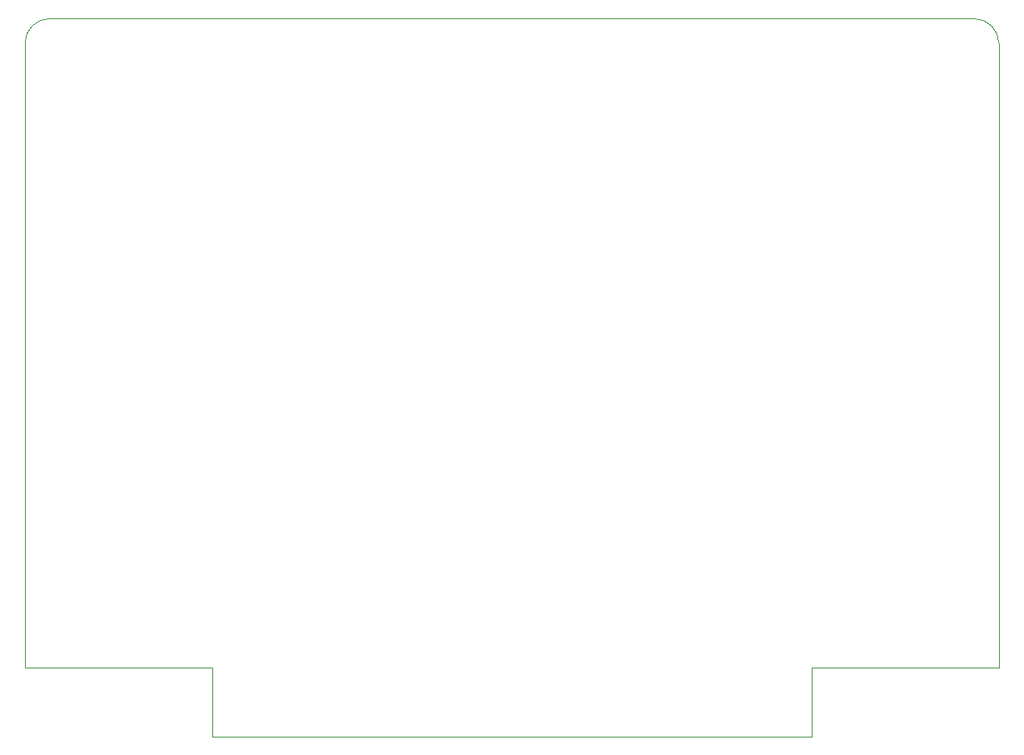
<source format=gm1>
%TF.GenerationSoftware,KiCad,Pcbnew,(6.0.5)*%
%TF.CreationDate,2022-06-15T12:19:52-04:00*%
%TF.ProjectId,8-STEPPER-DRIVER-CARD,382d5354-4550-4504-9552-2d4452495645,rev?*%
%TF.SameCoordinates,Original*%
%TF.FileFunction,Profile,NP*%
%FSLAX46Y46*%
G04 Gerber Fmt 4.6, Leading zero omitted, Abs format (unit mm)*
G04 Created by KiCad (PCBNEW (6.0.5)) date 2022-06-15 12:19:52*
%MOMM*%
%LPD*%
G01*
G04 APERTURE LIST*
%TA.AperFunction,Profile*%
%ADD10C,0.100000*%
%TD*%
G04 APERTURE END LIST*
D10*
X111760000Y-48260000D02*
G75*
G03*
X109220000Y-50800000I0J-2540000D01*
G01*
X208280000Y-114300000D02*
X208280000Y-50800000D01*
X205740000Y-48260000D02*
X111760000Y-48260000D01*
X109220000Y-50800000D02*
X109220000Y-114300000D01*
X208280000Y-50800000D02*
G75*
G03*
X205740000Y-48260000I-2540000J0D01*
G01*
X128270000Y-121285000D02*
X189230000Y-121285000D01*
X189230000Y-121285000D02*
X189230000Y-114300000D01*
X109220000Y-114300000D02*
X128270000Y-114300000D01*
X189230000Y-114300000D02*
X208280000Y-114300000D01*
X128270000Y-114300000D02*
X128270000Y-121285000D01*
M02*

</source>
